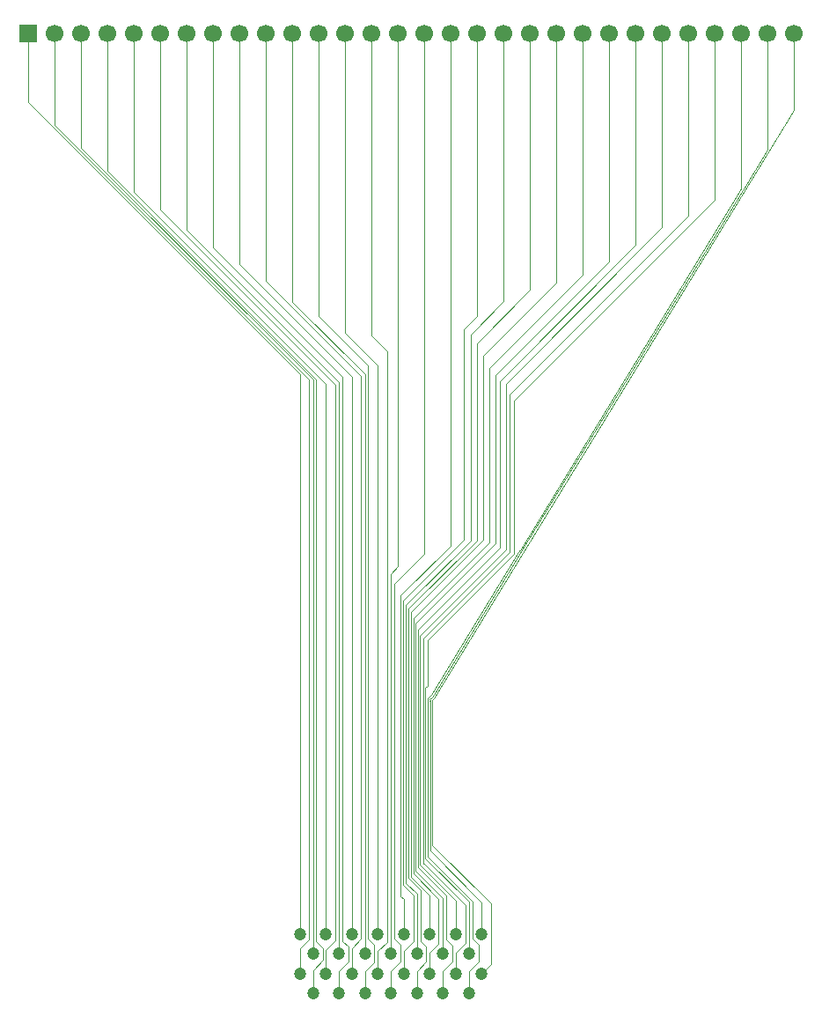
<source format=gtl>
G04 #@! TF.GenerationSoftware,KiCad,Pcbnew,9.0.1*
G04 #@! TF.CreationDate,2025-04-18T23:06:30-04:00*
G04 #@! TF.ProjectId,PCE_SCSI_Logic,5043455f-5343-4534-995f-4c6f6769632e,rev?*
G04 #@! TF.SameCoordinates,Original*
G04 #@! TF.FileFunction,Copper,L1,Top*
G04 #@! TF.FilePolarity,Positive*
%FSLAX46Y46*%
G04 Gerber Fmt 4.6, Leading zero omitted, Abs format (unit mm)*
G04 Created by KiCad (PCBNEW 9.0.1) date 2025-04-18 23:06:30*
%MOMM*%
%LPD*%
G01*
G04 APERTURE LIST*
G04 #@! TA.AperFunction,ComponentPad*
%ADD10C,1.200000*%
G04 #@! TD*
G04 #@! TA.AperFunction,ComponentPad*
%ADD11R,1.700000X1.700000*%
G04 #@! TD*
G04 #@! TA.AperFunction,ComponentPad*
%ADD12C,1.700000*%
G04 #@! TD*
G04 #@! TA.AperFunction,Conductor*
%ADD13C,0.076200*%
G04 #@! TD*
G04 #@! TA.AperFunction,Conductor*
%ADD14C,0.100000*%
G04 #@! TD*
G04 APERTURE END LIST*
D10*
G04 #@! TO.P,J2,1,Pin_1*
G04 #@! TO.N,/D0*
X139700000Y-150285000D03*
G04 #@! TO.P,J2,2,Pin_2*
G04 #@! TO.N,/~{SCSI_IO}*
X139700000Y-154095000D03*
G04 #@! TO.P,J2,3,Pin_3*
G04 #@! TO.N,/EXCK*
X140950000Y-152190000D03*
G04 #@! TO.P,J2,4,Pin_4*
G04 #@! TO.N,/GND*
X140950000Y-156000000D03*
G04 #@! TO.P,J2,5,Pin_5*
G04 #@! TO.N,/D1*
X142200000Y-150285000D03*
G04 #@! TO.P,J2,6,Pin_6*
G04 #@! TO.N,/GND*
X142200000Y-154095000D03*
G04 #@! TO.P,J2,7,Pin_7*
G04 #@! TO.N,/SBSO*
X143450000Y-152190000D03*
G04 #@! TO.P,J2,8,Pin_8*
G04 #@! TO.N,/AUDIO_L*
X143450000Y-156000000D03*
G04 #@! TO.P,J2,9,Pin_9*
G04 #@! TO.N,/D2*
X144700000Y-150285000D03*
G04 #@! TO.P,J2,10,Pin_10*
G04 #@! TO.N,/GND*
X144700000Y-154095000D03*
G04 #@! TO.P,J2,11,Pin_11*
G04 #@! TO.N,/PCM_DAT*
X145950000Y-152190000D03*
G04 #@! TO.P,J2,12,Pin_12*
G04 #@! TO.N,/AUDIO_R*
X145950000Y-156000000D03*
G04 #@! TO.P,J2,13,Pin_13*
G04 #@! TO.N,/D3*
X147200000Y-150285000D03*
G04 #@! TO.P,J2,14,Pin_14*
G04 #@! TO.N,/+9V*
X147200000Y-154095000D03*
G04 #@! TO.P,J2,15,Pin_15*
G04 #@! TO.N,/PCM_LRCK*
X148450000Y-152190000D03*
G04 #@! TO.P,J2,16,Pin_16*
G04 #@! TO.N,/+9V*
X148450000Y-156000000D03*
G04 #@! TO.P,J2,17,Pin_17*
G04 #@! TO.N,/D4*
X149700000Y-150285000D03*
G04 #@! TO.P,J2,18,Pin_18*
G04 #@! TO.N,/~{SCSI_BSY}*
X149700000Y-154095000D03*
G04 #@! TO.P,J2,19,Pin_19*
G04 #@! TO.N,/WFCK*
X150950000Y-152190000D03*
G04 #@! TO.P,J2,20,Pin_20*
G04 #@! TO.N,/~{SCSI_MSG}*
X150950000Y-156000000D03*
G04 #@! TO.P,J2,21,Pin_21*
G04 #@! TO.N,/D5*
X152200000Y-150285000D03*
G04 #@! TO.P,J2,22,Pin_22*
G04 #@! TO.N,/~{SCSI_CD}*
X152200000Y-154095000D03*
G04 #@! TO.P,J2,23,Pin_23*
G04 #@! TO.N,/~{SCSI_SEL}*
X153450000Y-152190000D03*
G04 #@! TO.P,J2,24,Pin_24*
G04 #@! TO.N,/SCOR*
X153450000Y-156000000D03*
G04 #@! TO.P,J2,25,Pin_25*
G04 #@! TO.N,/D6*
X154700000Y-150285000D03*
G04 #@! TO.P,J2,26,Pin_26*
G04 #@! TO.N,/PCM_BCLK*
X154700000Y-154095000D03*
G04 #@! TO.P,J2,27,Pin_27*
G04 #@! TO.N,/~{SCSI_RST}*
X155950000Y-152190000D03*
G04 #@! TO.P,J2,28,Pin_28*
G04 #@! TO.N,/~{SCSI_REQ}*
X155950000Y-156000000D03*
G04 #@! TO.P,J2,29,Pin_29*
G04 #@! TO.N,/D7*
X157200000Y-150285000D03*
G04 #@! TO.P,J2,30,Pin_30*
G04 #@! TO.N,/~{SCSI_ACK}*
X157200000Y-154095000D03*
G04 #@! TD*
D11*
G04 #@! TO.P,J1,1,Pin_1*
G04 #@! TO.N,/D0*
X113580000Y-63695000D03*
D12*
G04 #@! TO.P,J1,2,Pin_2*
G04 #@! TO.N,/~{SCSI_IO}*
X116120000Y-63695000D03*
G04 #@! TO.P,J1,3,Pin_3*
G04 #@! TO.N,/EXCK*
X118660000Y-63695000D03*
G04 #@! TO.P,J1,4,Pin_4*
G04 #@! TO.N,/GND*
X121200000Y-63695000D03*
G04 #@! TO.P,J1,5,Pin_5*
G04 #@! TO.N,/D1*
X123740000Y-63695000D03*
G04 #@! TO.P,J1,6,Pin_6*
G04 #@! TO.N,/GND*
X126280000Y-63695000D03*
G04 #@! TO.P,J1,7,Pin_7*
G04 #@! TO.N,/SBSO*
X128820000Y-63695000D03*
G04 #@! TO.P,J1,8,Pin_8*
G04 #@! TO.N,/AUDIO_L*
X131360000Y-63695000D03*
G04 #@! TO.P,J1,9,Pin_9*
G04 #@! TO.N,/D2*
X133900000Y-63695000D03*
G04 #@! TO.P,J1,10,Pin_10*
G04 #@! TO.N,/GND*
X136440000Y-63695000D03*
G04 #@! TO.P,J1,11,Pin_11*
G04 #@! TO.N,/PCM_DAT*
X138980000Y-63695000D03*
G04 #@! TO.P,J1,12,Pin_12*
G04 #@! TO.N,/AUDIO_R*
X141520000Y-63695000D03*
G04 #@! TO.P,J1,13,Pin_13*
G04 #@! TO.N,/D3*
X144060000Y-63695000D03*
G04 #@! TO.P,J1,14,Pin_14*
G04 #@! TO.N,/+9V*
X146600000Y-63695000D03*
G04 #@! TO.P,J1,15,Pin_15*
G04 #@! TO.N,/PCM_LRCK*
X149140000Y-63695000D03*
G04 #@! TO.P,J1,16,Pin_16*
G04 #@! TO.N,/+9V*
X151680000Y-63695000D03*
G04 #@! TO.P,J1,17,Pin_17*
G04 #@! TO.N,/D4*
X154220000Y-63695000D03*
G04 #@! TO.P,J1,18,Pin_18*
G04 #@! TO.N,/~{SCSI_BSY}*
X156760000Y-63695000D03*
G04 #@! TO.P,J1,19,Pin_19*
G04 #@! TO.N,/WFCK*
X159300000Y-63695000D03*
G04 #@! TO.P,J1,20,Pin_20*
G04 #@! TO.N,/~{SCSI_MSG}*
X161840000Y-63695000D03*
G04 #@! TO.P,J1,21,Pin_21*
G04 #@! TO.N,/D5*
X164380000Y-63695000D03*
G04 #@! TO.P,J1,22,Pin_22*
G04 #@! TO.N,/~{SCSI_CD}*
X166920000Y-63695000D03*
G04 #@! TO.P,J1,23,Pin_23*
G04 #@! TO.N,/~{SCSI_SEL}*
X169460000Y-63695000D03*
G04 #@! TO.P,J1,24,Pin_24*
G04 #@! TO.N,/SCOR*
X172000000Y-63695000D03*
G04 #@! TO.P,J1,25,Pin_25*
G04 #@! TO.N,/D6*
X174540000Y-63695000D03*
G04 #@! TO.P,J1,26,Pin_26*
G04 #@! TO.N,/PCM_BCLK*
X177080000Y-63695000D03*
G04 #@! TO.P,J1,27,Pin_27*
G04 #@! TO.N,/~{SCSI_RST}*
X179620000Y-63695000D03*
G04 #@! TO.P,J1,28,Pin_28*
G04 #@! TO.N,/~{SCSI_REQ}*
X182160000Y-63695000D03*
G04 #@! TO.P,J1,29,Pin_29*
G04 #@! TO.N,/D7*
X184700000Y-63695000D03*
G04 #@! TO.P,J1,30,Pin_30*
G04 #@! TO.N,/~{SCSI_ACK}*
X187240000Y-63695000D03*
G04 #@! TD*
D13*
G04 #@! TO.N,/D0*
X113580000Y-70330000D02*
X139700000Y-96450000D01*
X113580000Y-63695000D02*
X113580000Y-70330000D01*
X113580000Y-63695000D02*
X113450000Y-63825000D01*
X139700000Y-96450000D02*
X139700000Y-150285000D01*
D14*
G04 #@! TO.N,/D2*
X144700000Y-96700000D02*
X133900000Y-85900000D01*
X133900000Y-85900000D02*
X133900000Y-63695000D01*
X144700000Y-150285000D02*
X144700000Y-96700000D01*
G04 #@! TO.N,/D4*
X154220000Y-112930000D02*
X154220000Y-63695000D01*
X149700000Y-146950000D02*
X149400000Y-146650000D01*
X149400000Y-146650000D02*
X149400000Y-117750000D01*
X149700000Y-150285000D02*
X149700000Y-146950000D01*
X149400000Y-117750000D02*
X154220000Y-112930000D01*
G04 #@! TO.N,/D1*
X123740000Y-78940000D02*
X123740000Y-63695000D01*
X142200000Y-97400000D02*
X123740000Y-78940000D01*
X142200000Y-150285000D02*
X142200000Y-97400000D01*
G04 #@! TO.N,/D6*
X154700000Y-150285000D02*
X154700000Y-147050000D01*
X159500000Y-97400000D02*
X174540000Y-82360000D01*
X159500000Y-113350000D02*
X159500000Y-97400000D01*
X151250000Y-121600000D02*
X159500000Y-113350000D01*
X154700000Y-147050000D02*
X151250000Y-143600000D01*
X174540000Y-82360000D02*
X174540000Y-63695000D01*
X151250000Y-143600000D02*
X151250000Y-121600000D01*
G04 #@! TO.N,/D5*
X150400000Y-119350000D02*
X157350000Y-112400000D01*
X152200000Y-146600000D02*
X150400000Y-144800000D01*
X150400000Y-144800000D02*
X150400000Y-119350000D01*
X152200000Y-150285000D02*
X152200000Y-146600000D01*
X164380000Y-87620000D02*
X164380000Y-63695000D01*
X157350000Y-94650000D02*
X164380000Y-87620000D01*
X157350000Y-112400000D02*
X157350000Y-94650000D01*
G04 #@! TO.N,/D7*
X152209181Y-142259181D02*
X157200000Y-147250000D01*
X182321185Y-78723022D02*
X182318154Y-78726054D01*
X152200000Y-127737926D02*
X152209181Y-127747107D01*
X161000000Y-113510220D02*
X160912178Y-113653508D01*
X182279340Y-78791296D02*
X182276310Y-78794326D01*
X182318154Y-78726054D02*
X182318154Y-78727968D01*
X152197141Y-127872778D02*
X152209181Y-127922945D01*
X160912178Y-113653508D02*
X160909148Y-113656538D01*
X184700000Y-63695000D02*
X184700000Y-74841798D01*
X182276310Y-78794326D02*
X161000000Y-113508306D01*
X152550000Y-127297062D02*
X152406132Y-127531794D01*
X152209181Y-127853133D02*
X152197141Y-127872778D01*
X152209181Y-127747107D02*
X152209181Y-127853133D01*
X182318154Y-78727968D02*
X182279340Y-78791296D01*
X160909148Y-113656538D02*
X152550000Y-127295148D01*
X157200000Y-147250000D02*
X157200000Y-150285000D01*
X152406132Y-127531794D02*
X152200000Y-127737926D01*
X184700000Y-74841798D02*
X182321185Y-78723022D01*
X152209181Y-127922945D02*
X152209181Y-142259181D01*
X152550000Y-127295148D02*
X152550000Y-127297062D01*
X161000000Y-113508306D02*
X161000000Y-113510220D01*
G04 #@! TO.N,/D3*
X147200000Y-95600000D02*
X147200000Y-150285000D01*
X144060000Y-63695000D02*
X144060000Y-92460000D01*
X144060000Y-92460000D02*
X147200000Y-95600000D01*
G04 #@! TO.N,/EXCK*
X140950000Y-152190000D02*
X140950000Y-96965684D01*
X140950000Y-96965684D02*
X118660000Y-74675685D01*
X118660000Y-74675685D02*
X118660000Y-63695000D01*
G04 #@! TO.N,/~{SCSI_RST}*
X152000000Y-126400000D02*
X152000000Y-122000000D01*
X151776264Y-126623736D02*
X152000000Y-126400000D01*
X152000000Y-122000000D02*
X160300000Y-113700000D01*
X155950000Y-147200000D02*
X151776264Y-143026264D01*
X179620000Y-79680000D02*
X179620000Y-63695000D01*
X155950000Y-152190000D02*
X155950000Y-147200000D01*
X160300000Y-99000000D02*
X179620000Y-79680000D01*
X151776264Y-143026264D02*
X151776264Y-126623736D01*
X160300000Y-113700000D02*
X160300000Y-99000000D01*
G04 #@! TO.N,/PCM_LRCK*
X149140000Y-114960000D02*
X149140000Y-63695000D01*
X148450000Y-115650000D02*
X149140000Y-114960000D01*
X148450000Y-152190000D02*
X148450000Y-115650000D01*
G04 #@! TO.N,/~{SCSI_SEL}*
X169460000Y-85590000D02*
X158500000Y-96550000D01*
X150850000Y-120400000D02*
X150850000Y-144200000D01*
X150850000Y-144200000D02*
X153450000Y-146800000D01*
X158500000Y-112750000D02*
X150850000Y-120400000D01*
X153450000Y-146800000D02*
X153450000Y-152190000D01*
X158500000Y-96550000D02*
X158500000Y-112750000D01*
X169460000Y-63695000D02*
X169460000Y-85590000D01*
G04 #@! TO.N,/PCM_DAT*
X138980000Y-89480000D02*
X145950000Y-96450000D01*
X145950000Y-96450000D02*
X145950000Y-152190000D01*
X138980000Y-63695000D02*
X138980000Y-89480000D01*
G04 #@! TO.N,/WFCK*
X149900000Y-145400000D02*
X150950000Y-146450000D01*
X156100000Y-92632842D02*
X156100000Y-112450000D01*
X156100000Y-112450000D02*
X149900000Y-118650000D01*
X149900000Y-118650000D02*
X149900000Y-145400000D01*
X159300000Y-63695000D02*
X159300000Y-89432842D01*
X150950000Y-146450000D02*
X150950000Y-152190000D01*
X159300000Y-89432842D02*
X156100000Y-92632842D01*
G04 #@! TO.N,/~{SCSI_IO}*
X116120000Y-72520000D02*
X140600000Y-97000000D01*
X140600000Y-97000000D02*
X140600000Y-150800000D01*
X140600000Y-150800000D02*
X139700000Y-151700000D01*
X139700000Y-151700000D02*
X139700000Y-154095000D01*
X116120000Y-63695000D02*
X116120000Y-72520000D01*
G04 #@! TO.N,/~{SCSI_MSG}*
X150950000Y-153850000D02*
X151850000Y-152950000D01*
X151300000Y-150950000D02*
X151300000Y-146050000D01*
X151300000Y-146050000D02*
X150150000Y-144900000D01*
X150150000Y-119000000D02*
X156700000Y-112450000D01*
X150150000Y-144900000D02*
X150150000Y-119000000D01*
X151850000Y-152950000D02*
X151850000Y-151500000D01*
X150950000Y-156000000D02*
X150950000Y-153850000D01*
X156700000Y-93500000D02*
X161840000Y-88360000D01*
X151850000Y-151500000D02*
X151300000Y-150950000D01*
X156700000Y-112450000D02*
X156700000Y-93500000D01*
X161840000Y-88360000D02*
X161840000Y-63695000D01*
G04 #@! TO.N,/+9V*
X149400000Y-152900000D02*
X149400000Y-151300000D01*
X151680000Y-113770000D02*
X151680000Y-63695000D01*
X146600000Y-92750000D02*
X146600000Y-63695000D01*
X148100000Y-94250000D02*
X146600000Y-92750000D01*
X148100000Y-151050000D02*
X148100000Y-94250000D01*
X148800000Y-150700000D02*
X148800000Y-116650000D01*
X147200000Y-154095000D02*
X147200000Y-151950000D01*
X148450000Y-156000000D02*
X148450000Y-153850000D01*
X147200000Y-151950000D02*
X148100000Y-151050000D01*
X148800000Y-116650000D02*
X151680000Y-113770000D01*
X149400000Y-151300000D02*
X148800000Y-150700000D01*
X148450000Y-153850000D02*
X149400000Y-152900000D01*
G04 #@! TO.N,/SBSO*
X143450000Y-97200000D02*
X143450000Y-152190000D01*
X128820000Y-82570000D02*
X143450000Y-97200000D01*
X128820000Y-63695000D02*
X128820000Y-82570000D01*
G04 #@! TO.N,/SCOR*
X154400000Y-151450000D02*
X153800000Y-150850000D01*
X151050000Y-121050000D02*
X158950000Y-113150000D01*
X151050000Y-143850000D02*
X151050000Y-121050000D01*
X158950000Y-113150000D02*
X158950000Y-97100000D01*
X153800000Y-150850000D02*
X153800000Y-146600000D01*
X158950000Y-97100000D02*
X172000000Y-84050000D01*
X153450000Y-153900000D02*
X154400000Y-152950000D01*
X153800000Y-146600000D02*
X151050000Y-143850000D01*
X154400000Y-152950000D02*
X154400000Y-151450000D01*
X172000000Y-84050000D02*
X172000000Y-63695000D01*
X153450000Y-156000000D02*
X153450000Y-153900000D01*
G04 #@! TO.N,/GND*
X145600000Y-150750000D02*
X145600000Y-96650000D01*
X145600000Y-96650000D02*
X136450000Y-87500000D01*
X141900000Y-151650000D02*
X141900000Y-152800000D01*
X141250000Y-96982842D02*
X141250000Y-151000000D01*
X144700000Y-151650000D02*
X145600000Y-150750000D01*
X143100000Y-97450000D02*
X126280000Y-80630000D01*
X126280000Y-80630000D02*
X126280000Y-63695000D01*
X136450000Y-86100000D02*
X136440000Y-86090000D01*
X141250000Y-151000000D02*
X141900000Y-151650000D01*
X121200000Y-76932842D02*
X141250000Y-96982842D01*
X142200000Y-154095000D02*
X142200000Y-151800000D01*
X141900000Y-152800000D02*
X140950000Y-153750000D01*
X143100000Y-150900000D02*
X143100000Y-97450000D01*
X121200000Y-63695000D02*
X121200000Y-76932842D01*
X142200000Y-151800000D02*
X143100000Y-150900000D01*
X136450000Y-87500000D02*
X136450000Y-86100000D01*
X136440000Y-86090000D02*
X136440000Y-63695000D01*
X140950000Y-153750000D02*
X140950000Y-156000000D01*
X144700000Y-154095000D02*
X144700000Y-151650000D01*
G04 #@! TO.N,/AUDIO_R*
X145950000Y-153900000D02*
X146850000Y-153000000D01*
X146850000Y-151350000D02*
X146250000Y-150750000D01*
X145950000Y-156000000D02*
X145950000Y-153900000D01*
X146250000Y-95600000D02*
X141520000Y-90870000D01*
X141520000Y-90870000D02*
X141520000Y-63695000D01*
X146250000Y-150750000D02*
X146250000Y-95600000D01*
X146850000Y-153000000D02*
X146850000Y-151350000D01*
G04 #@! TO.N,/PCM_BCLK*
X151576264Y-143526264D02*
X151576264Y-121873736D01*
X177080000Y-65170000D02*
X177080000Y-63695000D01*
X151650000Y-143550000D02*
X151600000Y-143550000D01*
X159900000Y-98400000D02*
X177050000Y-81250000D01*
X159900000Y-113550000D02*
X159900000Y-98400000D01*
X155600000Y-151150000D02*
X155600000Y-147500000D01*
X177050000Y-65200000D02*
X177080000Y-65170000D01*
X155600000Y-147500000D02*
X151650000Y-143550000D01*
X151576264Y-121873736D02*
X159900000Y-113550000D01*
X154700000Y-152050000D02*
X155600000Y-151150000D01*
X151600000Y-143550000D02*
X151576264Y-143526264D01*
X154700000Y-154095000D02*
X154700000Y-152050000D01*
X177050000Y-81250000D02*
X177050000Y-65200000D01*
G04 #@! TO.N,/~{SCSI_BSY}*
X155500000Y-112400000D02*
X155500000Y-92150000D01*
X149650000Y-118250000D02*
X155500000Y-112400000D01*
X150650000Y-146600000D02*
X149650000Y-145600000D01*
X156760000Y-90890000D02*
X156760000Y-63695000D01*
X149700000Y-151900000D02*
X150650000Y-150950000D01*
X149650000Y-145600000D02*
X149650000Y-118250000D01*
X149700000Y-154095000D02*
X149700000Y-151900000D01*
X155500000Y-92150000D02*
X156760000Y-90890000D01*
X150650000Y-150950000D02*
X150650000Y-146600000D01*
G04 #@! TO.N,/AUDIO_L*
X131350000Y-84300000D02*
X131350000Y-66600000D01*
X143800000Y-150950000D02*
X143800000Y-96750000D01*
X144350000Y-151500000D02*
X143800000Y-150950000D01*
X131360000Y-66590000D02*
X131360000Y-63695000D01*
X143450000Y-153850000D02*
X144350000Y-152950000D01*
X144350000Y-152950000D02*
X144350000Y-151500000D01*
X131350000Y-66600000D02*
X131360000Y-66590000D01*
X143800000Y-96750000D02*
X131350000Y-84300000D01*
X143450000Y-156000000D02*
X143450000Y-153850000D01*
G04 #@! TO.N,/~{SCSI_CD}*
X153050000Y-151200000D02*
X153050000Y-146900000D01*
X150650000Y-144500000D02*
X150650000Y-119900000D01*
X166912500Y-86912500D02*
X166920000Y-86920000D01*
X150650000Y-119900000D02*
X157950000Y-112600000D01*
X152200000Y-152050000D02*
X153050000Y-151200000D01*
X166920000Y-86920000D02*
X166920000Y-63695000D01*
X157950000Y-95875000D02*
X166912500Y-86912500D01*
X153050000Y-146900000D02*
X150650000Y-144500000D01*
X152200000Y-154095000D02*
X152200000Y-152050000D01*
X157950000Y-112600000D02*
X157950000Y-95875000D01*
G04 #@! TO.N,/~{SCSI_ACK}*
X152441676Y-140740321D02*
X152449000Y-140732490D01*
X152449000Y-141733182D02*
X152449000Y-140959233D01*
X157200000Y-154095000D02*
X158100482Y-153194518D01*
X152410952Y-127906659D02*
X152449000Y-127844581D01*
X152564287Y-127656481D02*
X187240000Y-71080316D01*
X158100482Y-147384664D02*
X152449000Y-141733182D01*
X152449000Y-127771768D02*
X152564287Y-127656481D01*
X152449000Y-127844581D02*
X152449000Y-127771768D01*
X158100482Y-153194518D02*
X158100482Y-147384664D01*
X152449000Y-140959233D02*
X152441676Y-140740321D01*
X152449000Y-140732490D02*
X152449000Y-128065194D01*
X152449000Y-128065194D02*
X152410952Y-127906659D01*
X187240000Y-71080316D02*
X187240000Y-63695000D01*
G04 #@! TO.N,/~{SCSI_REQ}*
X151976264Y-142826264D02*
X156300000Y-147150000D01*
X160781919Y-113469973D02*
X160781919Y-113481394D01*
X156900000Y-152900000D02*
X155950000Y-153850000D01*
X160800000Y-113425463D02*
X160800000Y-113451892D01*
X160709148Y-113600123D02*
X152330877Y-127269935D01*
X182160000Y-78601364D02*
X182118154Y-78643212D01*
X182118154Y-78643212D02*
X182118153Y-78669641D01*
X155950000Y-153850000D02*
X155950000Y-156000000D01*
X151976264Y-127624548D02*
X151976264Y-142826264D01*
X182160000Y-63695000D02*
X182160000Y-78601364D01*
X156300000Y-147150000D02*
X156300000Y-150750000D01*
X160750996Y-113531847D02*
X160709148Y-113573696D01*
X160709148Y-113573696D02*
X160709148Y-113600123D01*
X182076310Y-78711484D02*
X182076310Y-78737911D01*
X182118153Y-78669641D02*
X182076310Y-78711484D01*
X152330877Y-127269935D02*
X151976264Y-127624548D01*
X182076310Y-78737911D02*
X160841846Y-113383617D01*
X156900000Y-151350000D02*
X156900000Y-152900000D01*
X156300000Y-150750000D02*
X156900000Y-151350000D01*
X160781919Y-113481394D02*
X160750996Y-113531847D01*
X160841846Y-113383617D02*
X160800000Y-113425463D01*
X160800000Y-113451892D02*
X160781919Y-113469973D01*
G04 #@! TD*
M02*

</source>
